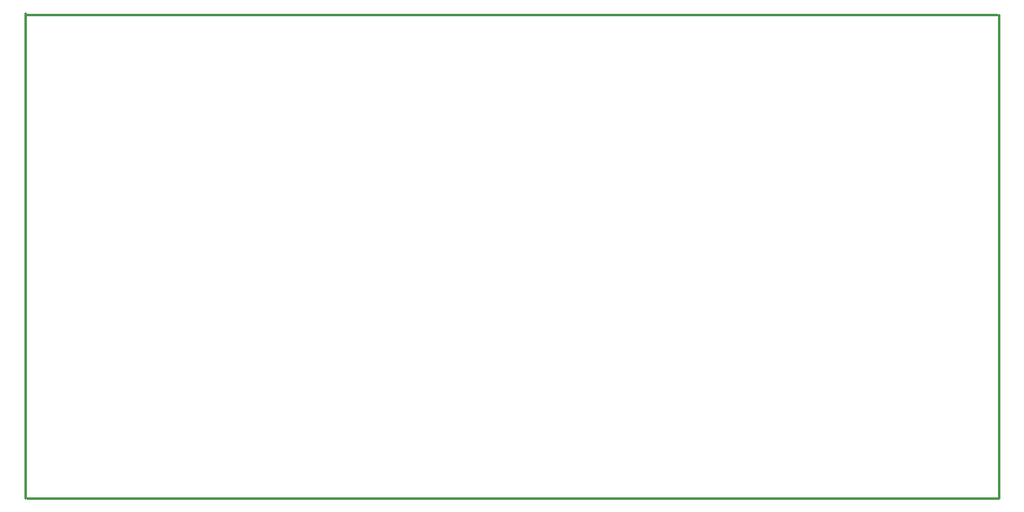
<source format=gko>
G04 start of page 4 for group 2 idx 2 *
G04 Title: (unknown), outline *
G04 Creator: pcb 20100929 *
G04 CreationDate: Mon Apr 28 19:31:08 2014 UTC *
G04 For: xpi *
G04 Format: Gerber/RS-274X *
G04 PCB-Dimensions: 400000 200000 *
G04 PCB-Coordinate-Origin: lower left *
%MOIN*%
%FSLAX25Y25*%
%LNOUTLINE*%
%ADD12C,0.0100*%
G54D12*X500Y199500D02*X398500D01*
X399000D02*Y1000D01*
X1000D01*
X500D02*Y200000D01*
M02*

</source>
